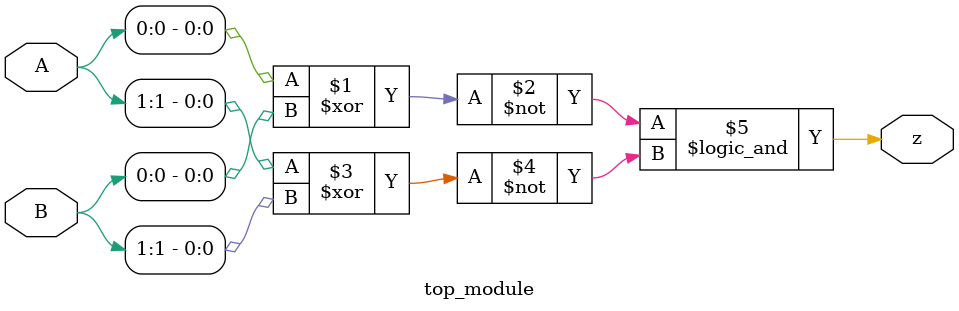
<source format=v>
module top_module ( input [1:0] A, input [1:0] B, output z ); 

    assign z = (~(A[0] ^ B[0]) && ~(A[1] ^ B[1]));
    // assign z = (A[1:0] == B[1:0]
endmodule

</source>
